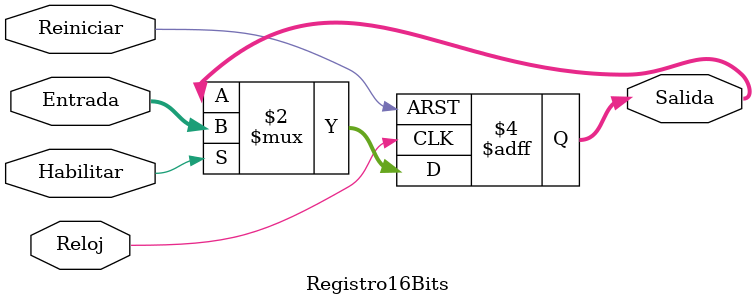
<source format=v>
module Registro16Bits (/*AUTOARG*/
   // Outputs
   Salida,
   // Inputs
   Entrada, Reloj, Reiniciar, Habilitar
   ) ;
   output reg [15:0] Salida;
   input  [15:0] Entrada;
   input  Reloj, Reiniciar, Habilitar;

   always @ (posedge Reloj, posedge Reiniciar)
      if (Reiniciar)
	Salida <= 16'h0;
      else if (Habilitar)
	Salida <= Entrada;

endmodule // Registro16Bits

</source>
